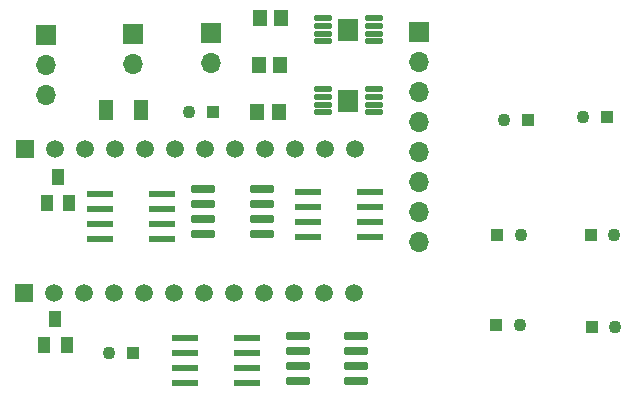
<source format=gbr>
%TF.GenerationSoftware,KiCad,Pcbnew,(6.0.5)*%
%TF.CreationDate,2023-06-19T01:06:53+02:00*%
%TF.ProjectId,PCB_Hoja,5043425f-486f-46a6-912e-6b696361645f,rev?*%
%TF.SameCoordinates,Original*%
%TF.FileFunction,Soldermask,Bot*%
%TF.FilePolarity,Negative*%
%FSLAX46Y46*%
G04 Gerber Fmt 4.6, Leading zero omitted, Abs format (unit mm)*
G04 Created by KiCad (PCBNEW (6.0.5)) date 2023-06-19 01:06:53*
%MOMM*%
%LPD*%
G01*
G04 APERTURE LIST*
G04 Aperture macros list*
%AMRoundRect*
0 Rectangle with rounded corners*
0 $1 Rounding radius*
0 $2 $3 $4 $5 $6 $7 $8 $9 X,Y pos of 4 corners*
0 Add a 4 corners polygon primitive as box body*
4,1,4,$2,$3,$4,$5,$6,$7,$8,$9,$2,$3,0*
0 Add four circle primitives for the rounded corners*
1,1,$1+$1,$2,$3*
1,1,$1+$1,$4,$5*
1,1,$1+$1,$6,$7*
1,1,$1+$1,$8,$9*
0 Add four rect primitives between the rounded corners*
20,1,$1+$1,$2,$3,$4,$5,0*
20,1,$1+$1,$4,$5,$6,$7,0*
20,1,$1+$1,$6,$7,$8,$9,0*
20,1,$1+$1,$8,$9,$2,$3,0*%
G04 Aperture macros list end*
%ADD10C,1.100000*%
%ADD11R,1.100000X1.100000*%
%ADD12R,1.700000X1.700000*%
%ADD13O,1.700000X1.700000*%
%ADD14R,1.508000X1.508000*%
%ADD15C,1.508000*%
%ADD16RoundRect,0.042000X0.943000X0.258000X-0.943000X0.258000X-0.943000X-0.258000X0.943000X-0.258000X0*%
%ADD17R,1.150000X1.450000*%
%ADD18R,2.200000X0.600000*%
%ADD19RoundRect,0.028800X0.696200X0.211200X-0.696200X0.211200X-0.696200X-0.211200X0.696200X-0.211200X0*%
%ADD20RoundRect,0.028800X-0.696200X-0.211200X0.696200X-0.211200X0.696200X0.211200X-0.696200X0.211200X0*%
%ADD21R,1.680000X1.880000*%
%ADD22R,1.000000X1.400000*%
%ADD23R,1.160000X1.820000*%
G04 APERTURE END LIST*
D10*
%TO.C,C10*%
X151137500Y-99000000D03*
D11*
X149137500Y-99000000D03*
%TD*%
D10*
%TO.C,C11*%
X159200000Y-99200000D03*
D11*
X157200000Y-99200000D03*
%TD*%
D10*
%TO.C,C3*%
X159137500Y-91400000D03*
D11*
X157137500Y-91400000D03*
%TD*%
D12*
%TO.C,J3*%
X125000000Y-74250000D03*
D13*
X125000000Y-76790000D03*
%TD*%
D12*
%TO.C,J1*%
X111000000Y-74475000D03*
D13*
X111000000Y-77015000D03*
X111000000Y-79555000D03*
%TD*%
D12*
%TO.C,J2*%
X118400000Y-74325000D03*
D13*
X118400000Y-76865000D03*
%TD*%
D12*
%TO.C,J4*%
X142600000Y-74200000D03*
D13*
X142600000Y-76740000D03*
X142600000Y-79280000D03*
X142600000Y-81820000D03*
X142600000Y-84360000D03*
X142600000Y-86900000D03*
X142600000Y-89440000D03*
X142600000Y-91980000D03*
%TD*%
D10*
%TO.C,C2*%
X151200000Y-91400000D03*
D11*
X149200000Y-91400000D03*
%TD*%
D14*
%TO.C,PS2*%
X109230000Y-84050000D03*
D15*
X111770000Y-84050000D03*
X114310000Y-84050000D03*
X116850000Y-84050000D03*
X119390000Y-84050000D03*
X121930000Y-84050000D03*
X124470000Y-84050000D03*
X127010000Y-84050000D03*
X129550000Y-84050000D03*
X132090000Y-84050000D03*
X134630000Y-84050000D03*
X137170000Y-84050000D03*
%TD*%
D14*
%TO.C,PS1*%
X109150000Y-96250000D03*
D15*
X111690000Y-96250000D03*
X114230000Y-96250000D03*
X116770000Y-96250000D03*
X119310000Y-96250000D03*
X121850000Y-96250000D03*
X124390000Y-96250000D03*
X126930000Y-96250000D03*
X129470000Y-96250000D03*
X132010000Y-96250000D03*
X134550000Y-96250000D03*
X137090000Y-96250000D03*
%TD*%
D16*
%TO.C,U4*%
X137270000Y-99895000D03*
X137270000Y-101165000D03*
X137270000Y-102435000D03*
X137270000Y-103705000D03*
X132330000Y-103705000D03*
X132330000Y-102435000D03*
X132330000Y-101165000D03*
X132330000Y-99895000D03*
%TD*%
D17*
%TO.C,C13*%
X130800000Y-77000000D03*
X129000000Y-77000000D03*
%TD*%
D18*
%TO.C,U1*%
X138400000Y-87695000D03*
X138400000Y-88965000D03*
X138400000Y-90235000D03*
X138400000Y-91505000D03*
X133200000Y-91505000D03*
X133200000Y-90235000D03*
X133200000Y-88965000D03*
X133200000Y-87695000D03*
%TD*%
D19*
%TO.C,R3*%
X138760000Y-73025000D03*
X138760000Y-73675000D03*
X138760000Y-74325000D03*
X138760000Y-74975000D03*
D20*
X134440000Y-74975000D03*
X134440000Y-74325000D03*
X134440000Y-73675000D03*
X134440000Y-73025000D03*
D21*
X136600000Y-74000000D03*
%TD*%
D18*
%TO.C,U3*%
X120800000Y-87895000D03*
X120800000Y-89165000D03*
X120800000Y-90435000D03*
X120800000Y-91705000D03*
X115600000Y-91705000D03*
X115600000Y-90435000D03*
X115600000Y-89165000D03*
X115600000Y-87895000D03*
%TD*%
D10*
%TO.C,C14*%
X116337500Y-101400000D03*
D11*
X118337500Y-101400000D03*
%TD*%
D10*
%TO.C,C12*%
X149800000Y-81600000D03*
D11*
X151800000Y-81600000D03*
%TD*%
D22*
%TO.C,Q2*%
X112950000Y-88700000D03*
X111050000Y-88700000D03*
X112000000Y-86500000D03*
%TD*%
%TO.C,Q1*%
X112750000Y-100700000D03*
X110850000Y-100700000D03*
X111800000Y-98500000D03*
%TD*%
D16*
%TO.C,U2*%
X129270000Y-87495000D03*
X129270000Y-88765000D03*
X129270000Y-90035000D03*
X129270000Y-91305000D03*
X124330000Y-91305000D03*
X124330000Y-90035000D03*
X124330000Y-88765000D03*
X124330000Y-87495000D03*
%TD*%
D23*
%TO.C,R6*%
X119075000Y-80800000D03*
X116125000Y-80800000D03*
%TD*%
D10*
%TO.C,C16*%
X123137500Y-81000000D03*
D11*
X125137500Y-81000000D03*
%TD*%
D17*
%TO.C,C15*%
X130700000Y-81000000D03*
X128900000Y-81000000D03*
%TD*%
D19*
%TO.C,R4*%
X138760000Y-79025000D03*
X138760000Y-79675000D03*
X138760000Y-80325000D03*
X138760000Y-80975000D03*
D20*
X134440000Y-80975000D03*
X134440000Y-80325000D03*
X134440000Y-79675000D03*
X134440000Y-79025000D03*
D21*
X136600000Y-80000000D03*
%TD*%
D18*
%TO.C,U5*%
X128000000Y-100095000D03*
X128000000Y-101365000D03*
X128000000Y-102635000D03*
X128000000Y-103905000D03*
X122800000Y-103905000D03*
X122800000Y-102635000D03*
X122800000Y-101365000D03*
X122800000Y-100095000D03*
%TD*%
D17*
%TO.C,C6*%
X130900000Y-73000000D03*
X129100000Y-73000000D03*
%TD*%
D10*
%TO.C,C9*%
X156462500Y-81400000D03*
D11*
X158462500Y-81400000D03*
%TD*%
M02*

</source>
